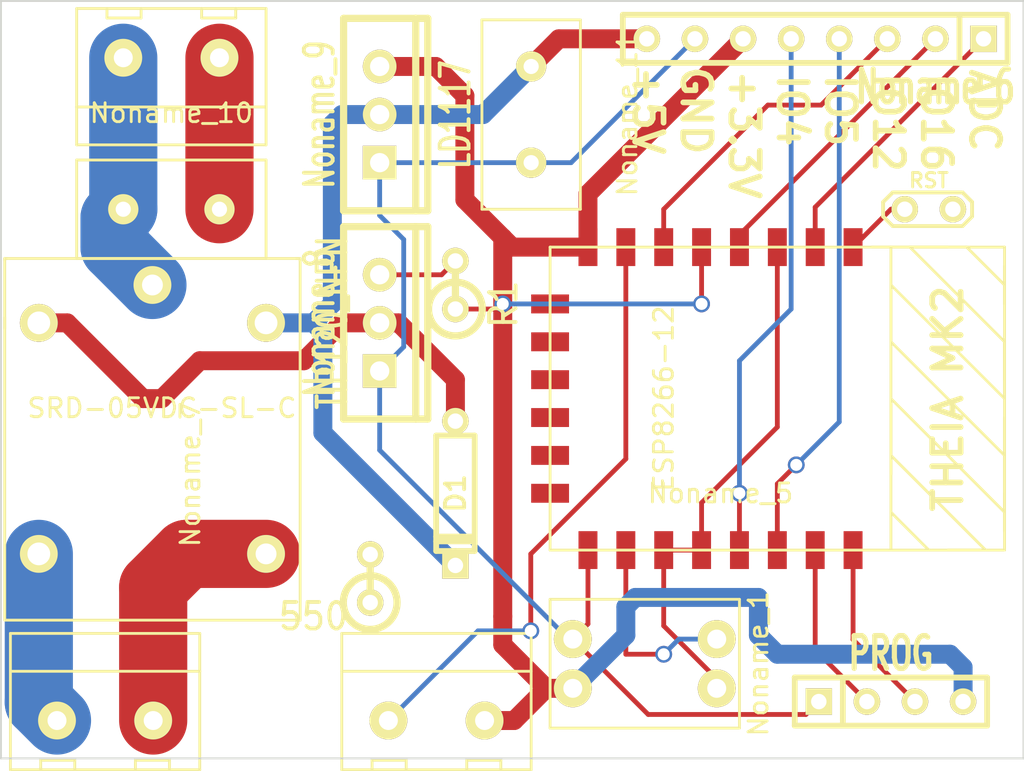
<source format=kicad_pcb>
(kicad_pcb (version 20171130) (host pcbnew "(5.1.12)-1")

  (general
    (thickness 1.6)
    (drawings 13)
    (tracks 121)
    (zones 0)
    (modules 16)
    (nets 22)
  )

  (page A3)
  (layers
    (0 F.Cu signal)
    (31 B.Cu signal)
    (33 F.Adhes user hide)
    (35 F.Paste user hide)
    (37 F.SilkS user hide)
    (39 F.Mask user hide)
    (44 Edge.Cuts user)
  )

  (setup
    (last_trace_width 0.254)
    (trace_clearance 0.254)
    (zone_clearance 0.508)
    (zone_45_only no)
    (trace_min 0.254)
    (via_size 0.889)
    (via_drill 0.635)
    (via_min_size 0.889)
    (via_min_drill 0.508)
    (uvia_size 0.508)
    (uvia_drill 0.127)
    (uvias_allowed no)
    (uvia_min_size 0.508)
    (uvia_min_drill 0.127)
    (edge_width 0.1)
    (segment_width 0.2)
    (pcb_text_width 0.3)
    (pcb_text_size 1.5 1.5)
    (mod_edge_width 0.15)
    (mod_text_size 1 1)
    (mod_text_width 0.15)
    (pad_size 2 2)
    (pad_drill 1)
    (pad_to_mask_clearance 0)
    (aux_axis_origin 0 0)
    (visible_elements 7FFFFFFF)
    (pcbplotparams
      (layerselection 0x00030_ffffffff)
      (usegerberextensions true)
      (usegerberattributes true)
      (usegerberadvancedattributes true)
      (creategerberjobfile true)
      (excludeedgelayer true)
      (linewidth 0.150000)
      (plotframeref false)
      (viasonmask false)
      (mode 1)
      (useauxorigin false)
      (hpglpennumber 1)
      (hpglpenspeed 20)
      (hpglpendiameter 15.000000)
      (psnegative false)
      (psa4output false)
      (plotreference true)
      (plotvalue true)
      (plotinvisibletext false)
      (padsonsilk false)
      (subtractmaskfromsilk false)
      (outputformat 1)
      (mirror false)
      (drillshape 1)
      (scaleselection 1)
      (outputdirectory ""))
  )

  (net 0 "")
  (net 1 +3.3V)
  (net 2 +5V)
  (net 3 GNDA)
  (net 4 LIVE)
  (net 5 N-0000010)
  (net 6 N-0000011)
  (net 7 N-0000014)
  (net 8 N-0000019)
  (net 9 N-000002)
  (net 10 N-0000020)
  (net 11 N-0000021)
  (net 12 N-0000022)
  (net 13 N-0000023)
  (net 14 N-0000024)
  (net 15 N-0000025)
  (net 16 N-0000026)
  (net 17 N-000005)
  (net 18 N-000006)
  (net 19 N-000008)
  (net 20 N-000009)
  (net 21 NEUT)

  (net_class Default "This is the default net class."
    (clearance 0.254)
    (trace_width 0.254)
    (via_dia 0.889)
    (via_drill 0.635)
    (uvia_dia 0.508)
    (uvia_drill 0.127)
    (add_net GNDA)
    (add_net N-0000010)
    (add_net N-0000014)
    (add_net N-0000019)
    (add_net N-000002)
    (add_net N-0000020)
    (add_net N-0000021)
    (add_net N-0000022)
    (add_net N-0000023)
    (add_net N-0000024)
    (add_net N-0000026)
    (add_net N-000005)
    (add_net N-000008)
    (add_net N-000009)
  )

  (net_class 1A ""
    (clearance 0.254)
    (trace_width 1)
    (via_dia 0.889)
    (via_drill 0.635)
    (uvia_dia 0.508)
    (uvia_drill 0.127)
    (add_net +3.3V)
    (add_net +5V)
    (add_net N-0000025)
  )

  (net_class HV ""
    (clearance 0.254)
    (trace_width 3.6)
    (via_dia 0.889)
    (via_drill 0.635)
    (uvia_dia 0.508)
    (uvia_drill 0.127)
    (add_net LIVE)
    (add_net N-0000011)
    (add_net N-000006)
    (add_net NEUT)
  )

  (module Wire2.54 (layer F.Cu) (tedit 57D5606A) (tstamp 57CF1421)
    (at 84 58 270)
    (path /57C85E0C)
    (fp_text reference Noname_11 (at 0 -5.08 270) (layer F.SilkS)
      (effects (font (size 1 1) (thickness 0.15)))
    )
    (fp_text value "" (at 0 5.08 270) (layer F.SilkS)
      (effects (font (size 1 1) (thickness 0.15)))
    )
    (fp_line (start 5 -2.6) (end 5 2.6) (layer F.SilkS) (width 0.15))
    (fp_line (start 5 2.6) (end -5 2.6) (layer F.SilkS) (width 0.15))
    (fp_line (start -5 2.6) (end -5 -2.6) (layer F.SilkS) (width 0.15))
    (fp_line (start -5 -2.6) (end 5 -2.6) (layer F.SilkS) (width 0.15))
    (pad 1 thru_hole circle (at -2.54 0 270) (size 1.6 1.6) (drill 0.8) (layers *.Cu *.Mask F.SilkS)
      (net 2 +5V))
    (pad 2 thru_hole circle (at 2.54 0 270) (size 1.6 1.6) (drill 0.8) (layers *.Cu *.Mask F.SilkS)
      (net 3 GNDA))
  )

  (module Wire2.54 (layer F.Cu) (tedit 57D55F92) (tstamp 57CF142B)
    (at 65 63)
    (path /57CC36ED)
    (fp_text reference Noname_10 (at 0 -5.08) (layer F.SilkS)
      (effects (font (size 1 1) (thickness 0.15)))
    )
    (fp_text value "" (at 0 5.08) (layer F.SilkS)
      (effects (font (size 1 1) (thickness 0.15)))
    )
    (fp_line (start 5 -2.6) (end 5 2.6) (layer F.SilkS) (width 0.15))
    (fp_line (start 5 2.6) (end -5 2.6) (layer F.SilkS) (width 0.15))
    (fp_line (start -5 2.6) (end -5 -2.6) (layer F.SilkS) (width 0.15))
    (fp_line (start -5 -2.6) (end 5 -2.6) (layer F.SilkS) (width 0.15))
    (pad 1 thru_hole circle (at -2.54 0) (size 1.6 1.6) (drill 0.8) (layers *.Cu *.Mask F.SilkS)
      (net 4 LIVE))
    (pad 2 thru_hole circle (at 2.54 0) (size 1.6 1.6) (drill 0.8) (layers *.Cu *.Mask F.SilkS)
      (net 21 NEUT))
  )

  (module TO220_VERT (layer F.Cu) (tedit 57D56055) (tstamp 57CF1439)
    (at 76 58)
    (descr "Regulateur TO220 serie LM78xx")
    (tags "TR TO220")
    (path /57CAF440)
    (fp_text reference Noname_9 (at -3.175 0 90) (layer F.SilkS)
      (effects (font (size 1.524 1.016) (thickness 0.2032)))
    )
    (fp_text value LD1117 (at 4 0 90) (layer F.SilkS)
      (effects (font (size 1.524 1.016) (thickness 0.2032)))
    )
    (fp_line (start 1.905 -5.08) (end 2.54 -5.08) (layer F.SilkS) (width 0.381))
    (fp_line (start 2.54 -5.08) (end 2.54 5.08) (layer F.SilkS) (width 0.381))
    (fp_line (start 2.54 5.08) (end 1.905 5.08) (layer F.SilkS) (width 0.381))
    (fp_line (start -1.905 -5.08) (end 1.905 -5.08) (layer F.SilkS) (width 0.381))
    (fp_line (start 1.905 -5.08) (end 1.905 5.08) (layer F.SilkS) (width 0.381))
    (fp_line (start 1.905 5.08) (end -1.905 5.08) (layer F.SilkS) (width 0.381))
    (fp_line (start -1.905 5.08) (end -1.905 -5.08) (layer F.SilkS) (width 0.381))
    (pad 2 thru_hole circle (at 0 -2.54) (size 1.778 1.778) (drill 1.016) (layers *.Cu *.Mask F.SilkS)
      (net 1 +3.3V))
    (pad 3 thru_hole circle (at 0 0) (size 1.778 1.778) (drill 1.016) (layers *.Cu *.Mask F.SilkS)
      (net 2 +5V))
    (pad 1 thru_hole rect (at 0 2.54) (size 1.778 1.778) (drill 1.016) (layers *.Cu *.Mask F.SilkS)
      (net 3 GNDA))
  )

  (module TO220_VERT (layer F.Cu) (tedit 57D56005) (tstamp 57CF1447)
    (at 76 69)
    (descr "Regulateur TO220 serie LM78xx")
    (tags "TR TO220")
    (path /57CB162D)
    (fp_text reference Noname_8 (at -3.175 0 90) (layer F.SilkS)
      (effects (font (size 1.524 1.016) (thickness 0.2032)))
    )
    (fp_text value TIP120_NPN (at -2.5 0 90) (layer F.SilkS)
      (effects (font (size 1.524 1.016) (thickness 0.2032)))
    )
    (fp_line (start 1.905 -5.08) (end 2.54 -5.08) (layer F.SilkS) (width 0.381))
    (fp_line (start 2.54 -5.08) (end 2.54 5.08) (layer F.SilkS) (width 0.381))
    (fp_line (start 2.54 5.08) (end 1.905 5.08) (layer F.SilkS) (width 0.381))
    (fp_line (start -1.905 -5.08) (end 1.905 -5.08) (layer F.SilkS) (width 0.381))
    (fp_line (start 1.905 -5.08) (end 1.905 5.08) (layer F.SilkS) (width 0.381))
    (fp_line (start 1.905 5.08) (end -1.905 5.08) (layer F.SilkS) (width 0.381))
    (fp_line (start -1.905 5.08) (end -1.905 -5.08) (layer F.SilkS) (width 0.381))
    (pad 2 thru_hole circle (at 0 -2.54) (size 1.778 1.778) (drill 1.016) (layers *.Cu *.Mask F.SilkS)
      (net 10 N-0000020))
    (pad 3 thru_hole circle (at 0 0) (size 1.778 1.778) (drill 1.016) (layers *.Cu *.Mask F.SilkS)
      (net 15 N-0000025))
    (pad 1 thru_hole rect (at 0 2.54) (size 1.778 1.778) (drill 1.016) (layers *.Cu *.Mask F.SilkS)
      (net 3 GNDA))
  )

  (module SRD-05VDC-SL-C (layer F.Cu) (tedit 57ED31DC) (tstamp 57CF1469)
    (at 64 67 270)
    (path /57AF6D51)
    (fp_text reference Noname_7 (at 10 -2 270) (layer F.SilkS)
      (effects (font (size 1 1) (thickness 0.15)))
    )
    (fp_text value SRD-05VDC-SL-C (at 6.5 -0.5) (layer F.SilkS)
      (effects (font (size 1 1) (thickness 0.15)))
    )
    (fp_line (start -1.4 -7.8) (end -1.4 7.8) (layer F.SilkS) (width 0.15))
    (fp_line (start 17.7 7.8) (end 17.7 -7.8) (layer F.SilkS) (width 0.15))
    (fp_line (start 17.7 -7.8) (end 17.5 -7.8) (layer F.SilkS) (width 0.15))
    (fp_line (start -1.4 7.8) (end 17.7 7.8) (layer F.SilkS) (width 0.15))
    (fp_line (start -1.4 -7.8) (end 17.7 -7.8) (layer F.SilkS) (width 0.15))
    (fp_line (start -1.4 7.8) (end -1.3 7.8) (layer F.SilkS) (width 0.15))
    (fp_line (start -1.3 -7.8) (end -1.4 -7.8) (layer F.SilkS) (width 0.15))
    (fp_line (start -1.4 -7.8) (end -1.4 -7.6) (layer F.SilkS) (width 0.15))
    (fp_line (start -1.4 7.7) (end -1.4 7.8) (layer F.SilkS) (width 0.15))
    (fp_line (start 2.3 7.8) (end 1.7 7.8) (layer F.SilkS) (width 0.15))
    (fp_line (start 1.6 -7.8) (end 2.4 -7.8) (layer F.SilkS) (width 0.15))
    (pad 1 thru_hole circle (at 0 0 270) (size 2 2) (drill oval 1.1) (layers *.Cu *.Mask F.SilkS)
      (net 4 LIVE))
    (pad 3 thru_hole circle (at 2 -6 270) (size 2 2) (drill 1.2) (layers *.Cu *.Mask F.SilkS)
      (net 2 +5V))
    (pad 2 thru_hole circle (at 2 6 270) (size 2 2) (drill 1.2) (layers *.Cu *.Mask F.SilkS)
      (net 15 N-0000025))
    (pad 5 thru_hole circle (at 14.2 -6 270) (size 2 2) (drill 1.1) (layers *.Cu *.Mask F.SilkS)
      (net 18 N-000006))
    (pad 4 thru_hole circle (at 14.2 6 270) (size 2 2) (drill 1.2) (layers *.Cu *.Mask F.SilkS)
      (net 6 N-0000011))
  )

  (module SIL-8 (layer F.Cu) (tedit 57D5609C) (tstamp 57CF147A)
    (at 99 54 180)
    (descr "Connecteur 8 pins")
    (tags "CONN DEV")
    (path /57CC6D3A)
    (fp_text reference Noname_6 (at -6.35 -2.54 180) (layer F.SilkS)
      (effects (font (size 1.72974 1.08712) (thickness 0.27178)))
    )
    (fp_text value "" (at 12 0 180) (layer F.SilkS)
      (effects (font (size 1.524 1.016) (thickness 0.254)))
    )
    (fp_line (start -10.16 -1.27) (end 10.16 -1.27) (layer F.SilkS) (width 0.3048))
    (fp_line (start 10.16 -1.27) (end 10.16 1.27) (layer F.SilkS) (width 0.3048))
    (fp_line (start 10.16 1.27) (end -10.16 1.27) (layer F.SilkS) (width 0.3048))
    (fp_line (start -10.16 1.27) (end -10.16 -1.27) (layer F.SilkS) (width 0.3048))
    (fp_line (start -7.62 1.27) (end -7.62 -1.27) (layer F.SilkS) (width 0.3048))
    (pad 1 thru_hole rect (at -8.89 0 180) (size 1.397 1.397) (drill 0.8128) (layers *.Cu *.Mask F.SilkS)
      (net 17 N-000005))
    (pad 2 thru_hole circle (at -6.35 0 180) (size 1.397 1.397) (drill 0.8128) (layers *.Cu *.Mask F.SilkS)
      (net 19 N-000008))
    (pad 3 thru_hole circle (at -3.81 0 180) (size 1.397 1.397) (drill 0.8128) (layers *.Cu *.Mask F.SilkS)
      (net 20 N-000009))
    (pad 4 thru_hole circle (at -1.27 0 180) (size 1.397 1.397) (drill 0.8128) (layers *.Cu *.Mask F.SilkS)
      (net 5 N-0000010))
    (pad 5 thru_hole circle (at 1.27 0 180) (size 1.397 1.397) (drill 0.8128) (layers *.Cu *.Mask F.SilkS)
      (net 9 N-000002))
    (pad 6 thru_hole circle (at 3.81 0 180) (size 1.397 1.397) (drill 0.8128) (layers *.Cu *.Mask F.SilkS)
      (net 1 +3.3V))
    (pad 7 thru_hole circle (at 6.35 0 180) (size 1.397 1.397) (drill 0.8128) (layers *.Cu *.Mask F.SilkS)
      (net 3 GNDA))
    (pad 8 thru_hole circle (at 8.89 0 180) (size 1.397 1.397) (drill 0.8128) (layers *.Cu *.Mask F.SilkS)
      (net 2 +5V))
  )

  (module SIL-4 (layer F.Cu) (tedit 57D5623F) (tstamp 57D58E48)
    (at 103 89)
    (descr "Connecteur 4 pibs")
    (tags "CONN DEV")
    (path /57ADFA85)
    (fp_text reference PROG (at 0 -2.54) (layer F.SilkS)
      (effects (font (size 1.73482 1.08712) (thickness 0.27178)))
    )
    (fp_text value "" (at 0 -2.54) (layer F.SilkS) hide
      (effects (font (size 1.524 1.016) (thickness 0.254)))
    )
    (fp_line (start -5.08 -1.27) (end -5.08 -1.27) (layer F.SilkS) (width 0.3048))
    (fp_line (start -5.08 1.27) (end -5.08 -1.27) (layer F.SilkS) (width 0.3048))
    (fp_line (start -5.08 -1.27) (end -5.08 -1.27) (layer F.SilkS) (width 0.3048))
    (fp_line (start -5.08 -1.27) (end 5.08 -1.27) (layer F.SilkS) (width 0.3048))
    (fp_line (start 5.08 -1.27) (end 5.08 1.27) (layer F.SilkS) (width 0.3048))
    (fp_line (start 5.08 1.27) (end -5.08 1.27) (layer F.SilkS) (width 0.3048))
    (fp_line (start -2.54 1.27) (end -2.54 -1.27) (layer F.SilkS) (width 0.3048))
    (pad 1 thru_hole rect (at -3.81 0) (size 1.397 1.397) (drill 0.8128) (layers *.Cu *.Mask F.SilkS)
      (net 3 GNDA))
    (pad 2 thru_hole circle (at -1.27 0) (size 1.397 1.397) (drill 0.8128) (layers *.Cu *.Mask F.SilkS)
      (net 13 N-0000023))
    (pad 3 thru_hole circle (at 1.27 0) (size 1.397 1.397) (drill 0.8128) (layers *.Cu *.Mask F.SilkS)
      (net 14 N-0000024))
    (pad 4 thru_hole circle (at 3.81 0) (size 1.397 1.397) (drill 0.8128) (layers *.Cu *.Mask F.SilkS)
      (net 1 +3.3V))
  )

  (module R1 (layer F.Cu) (tedit 200000) (tstamp 57CF1491)
    (at 80 67 90)
    (descr "Resistance verticale")
    (tags R)
    (path /57AF2F22)
    (autoplace_cost90 10)
    (autoplace_cost180 10)
    (fp_text reference R1 (at -1.016 2.54 90) (layer F.SilkS)
      (effects (font (size 1.397 1.27) (thickness 0.2032)))
    )
    (fp_text value 1kOhm (at -1.143 2.54 90) (layer F.SilkS) hide
      (effects (font (size 1.397 1.27) (thickness 0.2032)))
    )
    (fp_line (start -1.27 0) (end 1.27 0) (layer F.SilkS) (width 0.381))
    (fp_circle (center -1.27 0) (end -0.635 1.27) (layer F.SilkS) (width 0.381))
    (pad 1 thru_hole circle (at -1.27 0 90) (size 1.397 1.397) (drill 0.8128) (layers *.Cu *.Mask F.SilkS)
      (net 8 N-0000019))
    (pad 2 thru_hole circle (at 1.27 0 90) (size 1.397 1.397) (drill 0.8128) (layers *.Cu *.Mask F.SilkS)
      (net 10 N-0000020))
    (model discret/verti_resistor.wrl
      (at (xyz 0 0 0))
      (scale (xyz 1 1 1))
      (rotate (xyz 0 0 0))
    )
  )

  (module ESP8266-12 (layer F.Cu) (tedit 57D562EE) (tstamp 57CF14C3)
    (at 109 81 180)
    (path /57ADE642)
    (fp_text reference Noname_5 (at 15 3 180) (layer F.SilkS)
      (effects (font (size 1 1) (thickness 0.15)))
    )
    (fp_text value ESP8266-12 (at 18 8 270) (layer F.SilkS)
      (effects (font (size 1 1) (thickness 0.15)))
    )
    (fp_line (start 4 0) (end 6 2) (layer F.SilkS) (width 0.15))
    (fp_line (start 6 5) (end 1 0) (layer F.SilkS) (width 0.15))
    (fp_line (start 0 14) (end 2 16) (layer F.SilkS) (width 0.15))
    (fp_line (start 2 16) (end 5 16) (layer F.SilkS) (width 0.15))
    (fp_line (start 5 16) (end 0 11) (layer F.SilkS) (width 0.15))
    (fp_line (start 0 11) (end 0 8) (layer F.SilkS) (width 0.15))
    (fp_line (start 0 8) (end 6 14) (layer F.SilkS) (width 0.15))
    (fp_line (start 6 14) (end 6 11) (layer F.SilkS) (width 0.15))
    (fp_line (start 6 11) (end 0 5) (layer F.SilkS) (width 0.15))
    (fp_line (start 0 5) (end 0 2) (layer F.SilkS) (width 0.15))
    (fp_line (start 0 2) (end 6 8) (layer F.SilkS) (width 0.15))
    (fp_line (start 6 8) (end 6 4) (layer F.SilkS) (width 0.15))
    (fp_line (start 6 0) (end 6 16) (layer F.SilkS) (width 0.15))
    (fp_line (start 3 0) (end 1 0) (layer F.SilkS) (width 0.15))
    (fp_line (start 0 1) (end 0 3) (layer F.SilkS) (width 0.15))
    (fp_line (start 0 5) (end 0 7) (layer F.SilkS) (width 0.15))
    (fp_line (start 0 9) (end 0 11) (layer F.SilkS) (width 0.15))
    (fp_line (start 5 16) (end 3 16) (layer F.SilkS) (width 0.15))
    (fp_line (start 0 13) (end 0 15) (layer F.SilkS) (width 0.15))
    (fp_line (start 5 16) (end 7 16) (layer F.SilkS) (width 0.15))
    (fp_line (start 0 0) (end 0 16) (layer F.SilkS) (width 0.15))
    (fp_line (start 0 16) (end 24 16) (layer F.SilkS) (width 0.15))
    (fp_line (start 24 16) (end 24 0) (layer F.SilkS) (width 0.15))
    (fp_line (start 24 0) (end 0 0) (layer F.SilkS) (width 0.15))
    (pad 15 smd rect (at 22 0 180) (size 1 2) (layers F.Cu F.Paste F.Mask)
      (net 3 GNDA))
    (pad 16 smd rect (at 20 0 180) (size 1 2) (layers F.Cu F.Paste F.Mask)
      (net 7 N-0000014))
    (pad 17 smd rect (at 18 0 180) (size 1 2) (layers F.Cu F.Paste F.Mask)
      (net 16 N-0000026))
    (pad 18 smd rect (at 16 0 180) (size 1 2) (layers F.Cu F.Paste F.Mask)
      (net 16 N-0000026))
    (pad 19 smd rect (at 14 0 180) (size 1 2) (layers F.Cu F.Paste F.Mask)
      (net 9 N-000002))
    (pad 20 smd rect (at 12 0 180) (size 1 2) (layers F.Cu F.Paste F.Mask)
      (net 5 N-0000010))
    (pad 21 smd rect (at 10 0 180) (size 1 2) (layers F.Cu F.Paste F.Mask)
      (net 13 N-0000023))
    (pad 22 smd rect (at 8 0 180) (size 1 2) (layers F.Cu F.Paste F.Mask)
      (net 14 N-0000024))
    (pad 8 smd rect (at 22 16 180) (size 1 2) (layers F.Cu F.Paste F.Mask)
      (net 1 +3.3V))
    (pad 7 smd rect (at 20 16 180) (size 1 2) (layers F.Cu F.Paste F.Mask)
      (net 12 N-0000022))
    (pad 6 smd rect (at 18 16 180) (size 1 2) (layers F.Cu F.Paste F.Mask)
      (net 20 N-000009))
    (pad 5 smd rect (at 16 16 180) (size 1 2) (layers F.Cu F.Paste F.Mask)
      (net 8 N-0000019))
    (pad 4 smd rect (at 14 16 180) (size 1 2) (layers F.Cu F.Paste F.Mask)
      (net 19 N-000008))
    (pad 3 smd rect (at 12 16 180) (size 1 2) (layers F.Cu F.Paste F.Mask)
      (net 16 N-0000026))
    (pad 2 smd rect (at 10 16 180) (size 1 2) (layers F.Cu F.Paste F.Mask)
      (net 17 N-000005))
    (pad 1 smd rect (at 8 16 180) (size 1 2) (layers F.Cu F.Paste F.Mask)
      (net 11 N-0000021))
    (pad 9 smd rect (at 24 13 270) (size 1 2) (layers F.Cu F.Paste F.Mask))
    (pad 10 smd rect (at 24 11 270) (size 1 2) (layers F.Cu F.Paste F.Mask))
    (pad 11 smd rect (at 24 9 270) (size 1 2) (layers F.Cu F.Paste F.Mask))
    (pad 12 smd rect (at 24 7 270) (size 1 2) (layers F.Cu F.Paste F.Mask))
    (pad 13 smd rect (at 24 5 270) (size 1 2) (layers F.Cu F.Paste F.Mask))
    (pad 14 smd rect (at 24 3 270) (size 1 2) (layers F.Cu F.Paste F.Mask))
  )

  (module D3 (layer F.Cu) (tedit 200000) (tstamp 57CF14D3)
    (at 80 78 270)
    (descr "Diode 3 pas")
    (tags "DIODE DEV")
    (path /57AF6EEC)
    (fp_text reference D1 (at 0 0 270) (layer F.SilkS)
      (effects (font (size 1.016 1.016) (thickness 0.2032)))
    )
    (fp_text value 1N4001 (at 0 0 270) (layer F.SilkS) hide
      (effects (font (size 1.016 1.016) (thickness 0.2032)))
    )
    (fp_line (start 3.81 0) (end 3.048 0) (layer F.SilkS) (width 0.3048))
    (fp_line (start 3.048 0) (end 3.048 -1.016) (layer F.SilkS) (width 0.3048))
    (fp_line (start 3.048 -1.016) (end -3.048 -1.016) (layer F.SilkS) (width 0.3048))
    (fp_line (start -3.048 -1.016) (end -3.048 0) (layer F.SilkS) (width 0.3048))
    (fp_line (start -3.048 0) (end -3.81 0) (layer F.SilkS) (width 0.3048))
    (fp_line (start -3.048 0) (end -3.048 1.016) (layer F.SilkS) (width 0.3048))
    (fp_line (start -3.048 1.016) (end 3.048 1.016) (layer F.SilkS) (width 0.3048))
    (fp_line (start 3.048 1.016) (end 3.048 0) (layer F.SilkS) (width 0.3048))
    (fp_line (start 2.54 -1.016) (end 2.54 1.016) (layer F.SilkS) (width 0.3048))
    (fp_line (start 2.286 1.016) (end 2.286 -1.016) (layer F.SilkS) (width 0.3048))
    (pad 2 thru_hole rect (at 3.81 0 270) (size 1.397 1.397) (drill 0.8128) (layers *.Cu *.Mask F.SilkS)
      (net 2 +5V))
    (pad 1 thru_hole circle (at -3.81 0 270) (size 1.397 1.397) (drill 0.8128) (layers *.Cu *.Mask F.SilkS)
      (net 15 N-0000025))
    (model discret/diode.wrl
      (at (xyz 0 0 0))
      (scale (xyz 0.3 0.3 0.3))
      (rotate (xyz 0 0 0))
    )
  )

  (module Conn2.54 (layer F.Cu) (tedit 57ED3404) (tstamp 57CF14E7)
    (at 79 90 180)
    (path /5790EA90)
    (fp_text reference Noname_4 (at 0 -5.08 180) (layer F.SilkS)
      (effects (font (size 1 1) (thickness 0.15)))
    )
    (fp_text value "" (at 0 5.08 180) (layer F.SilkS)
      (effects (font (size 1 1) (thickness 0.15)))
    )
    (fp_line (start -5 2.6) (end -5 4.6) (layer F.SilkS) (width 0.15))
    (fp_line (start -5 4.6) (end 5 4.6) (layer F.SilkS) (width 0.15))
    (fp_line (start 5 4.6) (end 5 2.6) (layer F.SilkS) (width 0.15))
    (fp_line (start -1.6 -2.6) (end -1.6 -2.1) (layer F.SilkS) (width 0.15))
    (fp_line (start -1.6 -2.1) (end -3.4 -2.1) (layer F.SilkS) (width 0.15))
    (fp_line (start -3.4 -2.1) (end -3.4 -2.6) (layer F.SilkS) (width 0.15))
    (fp_line (start 1.6 -2.6) (end 1.6 -2.1) (layer F.SilkS) (width 0.15))
    (fp_line (start 1.6 -2.1) (end 3.4 -2.1) (layer F.SilkS) (width 0.15))
    (fp_line (start 3.4 -2.1) (end 3.4 -2.6) (layer F.SilkS) (width 0.15))
    (fp_line (start 3.4 -2.6) (end 3.4 -2.5) (layer F.SilkS) (width 0.15))
    (fp_line (start 5 -2.6) (end 5 2.6) (layer F.SilkS) (width 0.15))
    (fp_line (start 5 2.6) (end -5 2.6) (layer F.SilkS) (width 0.15))
    (fp_line (start -5 2.6) (end -5 -2.6) (layer F.SilkS) (width 0.15))
    (fp_line (start -5 -2.6) (end 5 -2.6) (layer F.SilkS) (width 0.15))
    (pad 1 thru_hole circle (at -2.54 0 180) (size 2 2) (drill 1) (layers *.Cu *.Mask F.SilkS)
      (net 1 +3.3V))
    (pad 2 thru_hole circle (at 2.54 0 180) (size 2 2) (drill 1) (layers *.Cu *.Mask F.SilkS)
      (net 12 N-0000022))
  )

  (module Conn2.54 (layer F.Cu) (tedit 57ED33E6) (tstamp 57CF14FB)
    (at 61.5 90 180)
    (path /57AF7988)
    (fp_text reference Noname_3 (at 0 -5.08 180) (layer F.SilkS)
      (effects (font (size 1 1) (thickness 0.15)))
    )
    (fp_text value "" (at 0 5.08 180) (layer F.SilkS)
      (effects (font (size 1 1) (thickness 0.15)))
    )
    (fp_line (start -5 2.6) (end -5 4.6) (layer F.SilkS) (width 0.15))
    (fp_line (start -5 4.6) (end 5 4.6) (layer F.SilkS) (width 0.15))
    (fp_line (start 5 4.6) (end 5 2.6) (layer F.SilkS) (width 0.15))
    (fp_line (start -1.6 -2.6) (end -1.6 -2.1) (layer F.SilkS) (width 0.15))
    (fp_line (start -1.6 -2.1) (end -3.4 -2.1) (layer F.SilkS) (width 0.15))
    (fp_line (start -3.4 -2.1) (end -3.4 -2.6) (layer F.SilkS) (width 0.15))
    (fp_line (start 1.6 -2.6) (end 1.6 -2.1) (layer F.SilkS) (width 0.15))
    (fp_line (start 1.6 -2.1) (end 3.4 -2.1) (layer F.SilkS) (width 0.15))
    (fp_line (start 3.4 -2.1) (end 3.4 -2.6) (layer F.SilkS) (width 0.15))
    (fp_line (start 3.4 -2.6) (end 3.4 -2.5) (layer F.SilkS) (width 0.15))
    (fp_line (start 5 -2.6) (end 5 2.6) (layer F.SilkS) (width 0.15))
    (fp_line (start 5 2.6) (end -5 2.6) (layer F.SilkS) (width 0.15))
    (fp_line (start -5 2.6) (end -5 -2.6) (layer F.SilkS) (width 0.15))
    (fp_line (start -5 -2.6) (end 5 -2.6) (layer F.SilkS) (width 0.15))
    (pad 1 thru_hole circle (at -2.54 0 180) (size 2 2) (drill 1) (layers *.Cu *.Mask F.SilkS)
      (net 18 N-000006))
    (pad 2 thru_hole circle (at 2.54 0 180) (size 2 2) (drill 1) (layers *.Cu *.Mask F.SilkS)
      (net 6 N-0000011))
  )

  (module Conn2.54 (layer F.Cu) (tedit 57ED33F6) (tstamp 57CF150F)
    (at 65 55)
    (path /57CC36C3)
    (fp_text reference Noname_2 (at 0 -5.08) (layer F.SilkS)
      (effects (font (size 1 1) (thickness 0.15)))
    )
    (fp_text value "" (at 0 5.08) (layer F.SilkS)
      (effects (font (size 1 1) (thickness 0.15)))
    )
    (fp_line (start -5 2.6) (end -5 4.6) (layer F.SilkS) (width 0.15))
    (fp_line (start -5 4.6) (end 5 4.6) (layer F.SilkS) (width 0.15))
    (fp_line (start 5 4.6) (end 5 2.6) (layer F.SilkS) (width 0.15))
    (fp_line (start -1.6 -2.6) (end -1.6 -2.1) (layer F.SilkS) (width 0.15))
    (fp_line (start -1.6 -2.1) (end -3.4 -2.1) (layer F.SilkS) (width 0.15))
    (fp_line (start -3.4 -2.1) (end -3.4 -2.6) (layer F.SilkS) (width 0.15))
    (fp_line (start 1.6 -2.6) (end 1.6 -2.1) (layer F.SilkS) (width 0.15))
    (fp_line (start 1.6 -2.1) (end 3.4 -2.1) (layer F.SilkS) (width 0.15))
    (fp_line (start 3.4 -2.1) (end 3.4 -2.6) (layer F.SilkS) (width 0.15))
    (fp_line (start 3.4 -2.6) (end 3.4 -2.5) (layer F.SilkS) (width 0.15))
    (fp_line (start 5 -2.6) (end 5 2.6) (layer F.SilkS) (width 0.15))
    (fp_line (start 5 2.6) (end -5 2.6) (layer F.SilkS) (width 0.15))
    (fp_line (start -5 2.6) (end -5 -2.6) (layer F.SilkS) (width 0.15))
    (fp_line (start -5 -2.6) (end 5 -2.6) (layer F.SilkS) (width 0.15))
    (pad 1 thru_hole circle (at -2.54 0) (size 2 2) (drill 1) (layers *.Cu *.Mask F.SilkS)
      (net 4 LIVE))
    (pad 2 thru_hole circle (at 2.54 0) (size 2 2) (drill 1) (layers *.Cu *.Mask F.SilkS)
      (net 21 NEUT))
  )

  (module 2bit_dipsw (layer F.Cu) (tedit 57D55FCE) (tstamp 57CF151B)
    (at 90 87 270)
    (path /57CDC9F2)
    (fp_text reference Noname_1 (at 0 -6 270) (layer F.SilkS)
      (effects (font (size 1 1) (thickness 0.15)))
    )
    (fp_text value "" (at 0 6 270) (layer F.SilkS)
      (effects (font (size 1 1) (thickness 0.15)))
    )
    (fp_line (start -3.4 5) (end 3.4 5) (layer F.SilkS) (width 0.15))
    (fp_line (start -3.4 -5) (end 3.4 -5) (layer F.SilkS) (width 0.15))
    (fp_line (start 3.4 -5) (end 3.4 5) (layer F.SilkS) (width 0.15))
    (fp_line (start -3.4 -5) (end -3.4 5) (layer F.SilkS) (width 0.15))
    (pad 1 thru_hole circle (at -1.3 3.8 270) (size 2 2) (drill 1) (layers *.Cu *.Mask F.SilkS)
      (net 3 GNDA))
    (pad 2 thru_hole circle (at -1.3 -3.8 270) (size 2 2) (drill 1) (layers *.Cu *.Mask F.SilkS)
      (net 7 N-0000014))
    (pad 3 thru_hole circle (at 1.3 3.8 270) (size 2 2) (drill 1) (layers *.Cu *.Mask F.SilkS)
      (net 1 +3.3V))
    (pad 4 thru_hole circle (at 1.3 -3.8 270) (size 2 2) (drill 1) (layers *.Cu *.Mask F.SilkS)
      (net 16 N-0000026))
  )

  (module TESTPOINT (layer F.Cu) (tedit 57D560B4) (tstamp 57D10F49)
    (at 105 63)
    (descr "Connecteurs 2 pins")
    (tags "CONN DEV")
    (fp_text reference RST (at 0 -1.524) (layer F.SilkS)
      (effects (font (size 0.762 0.762) (thickness 0.1524)))
    )
    (fp_text value "" (at 0.127 1.524) (layer F.SilkS)
      (effects (font (size 0.762 0.762) (thickness 0.1524)))
    )
    (fp_line (start -1.905 -0.889) (end 1.778 -0.889) (layer F.SilkS) (width 0.2032))
    (fp_line (start 1.778 -0.889) (end 2.286 -0.381) (layer F.SilkS) (width 0.2032))
    (fp_line (start 2.286 -0.381) (end 2.286 0.381) (layer F.SilkS) (width 0.2032))
    (fp_line (start 2.286 0.381) (end 1.778 0.889) (layer F.SilkS) (width 0.2032))
    (fp_line (start 1.778 0.889) (end -1.905 0.889) (layer F.SilkS) (width 0.2032))
    (fp_line (start -1.905 0.889) (end -2.413 0.381) (layer F.SilkS) (width 0.2032))
    (fp_line (start -2.413 0.381) (end -2.413 -0.381) (layer F.SilkS) (width 0.2032))
    (fp_line (start -2.413 -0.381) (end -1.905 -0.889) (layer F.SilkS) (width 0.2032))
    (pad 1 thru_hole circle (at -1.27 0) (size 1.397 1.397) (drill 0.8128) (layers *.Cu *.Mask F.SilkS))
    (pad 1 thru_hole circle (at 1.27 0) (size 1.397 1.397) (drill 0.8128) (layers *.Cu *.Mask F.SilkS))
    (model connectors/testpoint.wrl
      (at (xyz 0 0 0))
      (scale (xyz 1 1 1))
      (rotate (xyz 0 0 0))
    )
  )

  (module R1 (layer F.Cu) (tedit 57DBEC8A) (tstamp 57DBF1AE)
    (at 75.5 82.5 90)
    (descr "Resistance verticale")
    (tags R)
    (autoplace_cost90 10)
    (autoplace_cost180 10)
    (fp_text reference 550 (at -2 -3 180) (layer F.SilkS)
      (effects (font (size 1.397 1.27) (thickness 0.2032)))
    )
    (fp_text value "" (at -1.143 2.54 90) (layer F.SilkS) hide
      (effects (font (size 1.397 1.27) (thickness 0.2032)))
    )
    (fp_line (start -1.27 0) (end 1.27 0) (layer F.SilkS) (width 0.381))
    (fp_circle (center -1.27 0) (end -0.635 1.27) (layer F.SilkS) (width 0.381))
    (pad 1 thru_hole circle (at -1.27 0 90) (size 1.397 1.397) (drill 0.8128) (layers *.Cu *.Mask F.SilkS))
    (pad 2 thru_hole circle (at 1.27 0 90) (size 1.397 1.397) (drill 0.8128) (layers *.Cu *.Mask F.SilkS))
    (model discret/verti_resistor.wrl
      (at (xyz 0 0 0))
      (scale (xyz 1 1 1))
      (rotate (xyz 0 0 0))
    )
  )

  (gr_text "THEIA MK2" (at 106 73 90) (layer F.SilkS)
    (effects (font (size 1.5 1.5) (thickness 0.3)))
  )
  (gr_text +5V (at 90.17 57.785 270) (layer F.SilkS)
    (effects (font (size 1.5 1.5) (thickness 0.3)))
  )
  (gr_text GND (at 92.71 57.785 270) (layer F.SilkS)
    (effects (font (size 1.5 1.5) (thickness 0.3)))
  )
  (gr_text +3.3V (at 95.25 59.055 270) (layer F.SilkS)
    (effects (font (size 1.5 1.5) (thickness 0.3)))
  )
  (gr_text IO4 (at 97.79 57.785 270) (layer F.SilkS)
    (effects (font (size 1.5 1.5) (thickness 0.3)))
  )
  (gr_text IO5 (at 100.33 57.785 270) (layer F.SilkS)
    (effects (font (size 1.5 1.5) (thickness 0.3)))
  )
  (gr_text IO12 (at 102.87 58.42 270) (layer F.SilkS)
    (effects (font (size 1.5 1.5) (thickness 0.3)))
  )
  (gr_text IO16 (at 105.41 58.42 270) (layer F.SilkS)
    (effects (font (size 1.5 1.5) (thickness 0.3)))
  )
  (gr_text ADC (at 107.95 57.785 270) (layer F.SilkS)
    (effects (font (size 1.5 1.5) (thickness 0.3)))
  )
  (gr_line (start 56 92) (end 110 92) (angle 90) (layer Edge.Cuts) (width 0.1))
  (gr_line (start 56 52) (end 56 92) (angle 90) (layer Edge.Cuts) (width 0.1))
  (gr_line (start 110 52) (end 56 52) (angle 90) (layer Edge.Cuts) (width 0.1))
  (gr_line (start 110 92) (end 110 52) (angle 90) (layer Edge.Cuts) (width 0.1))

  (via (at 83.98002 85.26526) (size 0.889) (drill 0.635) (layers F.Cu B.Cu) (net 12))
  (segment (start 86.2 88.3) (end 84.8 88.3) (width 1) (layer F.Cu) (net 1))
  (segment (start 82.5 86) (end 82.5 84.5) (width 1) (layer F.Cu) (net 1) (tstamp 57DBF1FC))
  (segment (start 82.5 84.5) (end 82.5 64.5) (width 1) (layer F.Cu) (net 1) (tstamp 57DBF201))
  (segment (start 84.8 88.3) (end 82.5 86) (width 1) (layer F.Cu) (net 1) (tstamp 57DBF1FB))
  (segment (start 97 86.5) (end 106.12 86.5) (width 1) (layer B.Cu) (net 1))
  (segment (start 76 55.46) (end 78.96 55.46) (width 1) (layer F.Cu) (net 1))
  (segment (start 80.5 62.5) (end 82.5 64.5) (width 1) (layer F.Cu) (net 1) (tstamp 57D54CA4))
  (segment (start 80.5 57) (end 80.5 62.5) (width 1) (layer F.Cu) (net 1) (tstamp 57D54CA1))
  (segment (start 78.96 55.46) (end 80.5 57) (width 1) (layer F.Cu) (net 1) (tstamp 57D54C98))
  (segment (start 82.5 64.5) (end 83 65) (width 1) (layer F.Cu) (net 1) (tstamp 57DBF1FF))
  (segment (start 83 65) (end 87 65) (width 1) (layer F.Cu) (net 1) (tstamp 57D54CA6))
  (segment (start 106.81 89) (end 106.81 87.19) (width 1) (layer B.Cu) (net 1))
  (segment (start 89 85.5) (end 86.2 88.3) (width 1) (layer B.Cu) (net 1) (tstamp 57D54B65))
  (segment (start 89 84) (end 89 85.5) (width 1) (layer B.Cu) (net 1) (tstamp 57D54B62))
  (segment (start 89.5 83.5) (end 89 84) (width 1) (layer B.Cu) (net 1) (tstamp 57D54B55))
  (segment (start 96 83.5) (end 89.5 83.5) (width 1) (layer B.Cu) (net 1) (tstamp 57D54B53))
  (segment (start 96 85.5) (end 96 83.5) (width 1) (layer B.Cu) (net 1) (tstamp 57D54B47))
  (segment (start 97 86.5) (end 96 85.5) (width 1) (layer B.Cu) (net 1) (tstamp 57D54B44))
  (segment (start 106.81 87.19) (end 106.12 86.5) (width 1) (layer B.Cu) (net 1) (tstamp 57D54B38))
  (segment (start 87 65) (end 87 62.19) (width 1) (layer F.Cu) (net 1))
  (segment (start 87 62.19) (end 95.19 54) (width 1) (layer F.Cu) (net 1) (tstamp 57D5410B))
  (segment (start 81 90) (end 81.54 90) (width 0.254) (layer F.Cu) (net 1) (tstamp 57DBF1EA))
  (segment (start 83.1 90) (end 84.8 88.3) (width 1) (layer F.Cu) (net 1))
  (segment (start 81.54 90) (end 83.1 90) (width 1) (layer F.Cu) (net 1))
  (segment (start 76 58) (end 81.46 58) (width 1) (layer B.Cu) (net 2))
  (segment (start 81.46 58) (end 84 55.46) (width 1) (layer B.Cu) (net 2) (tstamp 57D54C8E))
  (segment (start 76 58) (end 74 58) (width 1) (layer B.Cu) (net 2))
  (segment (start 73.5 68) (end 72.5 69) (width 1) (layer B.Cu) (net 2) (tstamp 57D54C84))
  (segment (start 73.5 58.5) (end 73.5 68) (width 1) (layer B.Cu) (net 2) (tstamp 57D54C7E))
  (segment (start 74 58) (end 73.5 58.5) (width 1) (layer B.Cu) (net 2) (tstamp 57D54C7A))
  (segment (start 90.11 54) (end 85.46 54) (width 1) (layer F.Cu) (net 2))
  (segment (start 85.46 54) (end 84 55.46) (width 1) (layer F.Cu) (net 2) (tstamp 57D53190))
  (segment (start 70 69) (end 72.5 69) (width 1) (layer B.Cu) (net 2))
  (segment (start 73 74.81) (end 80 81.81) (width 1) (layer B.Cu) (net 2) (tstamp 57D53079))
  (segment (start 73 69.5) (end 73 74.81) (width 1) (layer B.Cu) (net 2) (tstamp 57D53077))
  (segment (start 72.5 69) (end 73 69.5) (width 1) (layer B.Cu) (net 2) (tstamp 57D5306C))
  (segment (start 76 60.54) (end 84 60.54) (width 0.254) (layer B.Cu) (net 3))
  (segment (start 86.11 60.54) (end 92.65 54) (width 0.254) (layer B.Cu) (net 3))
  (segment (start 84 60.54) (end 86.11 60.54) (width 0.254) (layer B.Cu) (net 3))
  (segment (start 77.270001 70.269999) (end 76 71.54) (width 0.254) (layer B.Cu) (net 3))
  (segment (start 77.270001 64.597663) (end 77.270001 70.269999) (width 0.254) (layer B.Cu) (net 3))
  (segment (start 76 63.327662) (end 77.270001 64.597663) (width 0.254) (layer B.Cu) (net 3))
  (segment (start 76 60.54) (end 76 63.327662) (width 0.254) (layer B.Cu) (net 3))
  (segment (start 85.978258 85.7) (end 86.2 85.7) (width 0.254) (layer B.Cu) (net 3))
  (segment (start 76 75.721742) (end 85.978258 85.7) (width 0.254) (layer B.Cu) (net 3))
  (segment (start 76 71.54) (end 76 75.721742) (width 0.254) (layer B.Cu) (net 3))
  (segment (start 87 84.9) (end 86.2 85.7) (width 0.254) (layer F.Cu) (net 3))
  (segment (start 87 81) (end 87 84.9) (width 0.254) (layer F.Cu) (net 3))
  (segment (start 90.181001 89.681001) (end 86.2 85.7) (width 0.254) (layer F.Cu) (net 3))
  (segment (start 98.508999 89.681001) (end 90.181001 89.681001) (width 0.254) (layer F.Cu) (net 3))
  (segment (start 99.19 89) (end 98.508999 89.681001) (width 0.254) (layer F.Cu) (net 3))
  (segment (start 62.46 55) (end 62.46 63) (width 3.6) (layer B.Cu) (net 4))
  (segment (start 62.46 63) (end 62 63.46) (width 3.6) (layer B.Cu) (net 4) (tstamp 57D4668F))
  (segment (start 62 63.46) (end 62 65) (width 3.6) (layer B.Cu) (net 4) (tstamp 57D46690))
  (segment (start 62 65) (end 64 67) (width 3.6) (layer B.Cu) (net 4) (tstamp 57D46693))
  (segment (start 100.27 54) (end 100.27 74.23) (width 0.254) (layer B.Cu) (net 5))
  (segment (start 97 77.5) (end 97 81) (width 0.254) (layer F.Cu) (net 5) (tstamp 57D54C4A))
  (segment (start 98 76.5) (end 97 77.5) (width 0.254) (layer F.Cu) (net 5) (tstamp 57D54C49))
  (segment (start 100.27 74.23) (end 98 76.5) (width 0.254) (layer B.Cu) (net 5) (tstamp 57D54C40))
  (via (at 98 76.5) (size 0.889) (layers F.Cu B.Cu) (net 5))
  (segment (start 58 81.2) (end 58 89.04) (width 3.6) (layer B.Cu) (net 6))
  (segment (start 58 89.04) (end 58.96 90) (width 3.6) (layer B.Cu) (net 6) (tstamp 57D466D9))
  (segment (start 89 81) (end 89 86.5) (width 0.254) (layer F.Cu) (net 7))
  (segment (start 91.8 85.7) (end 93.8 85.7) (width 0.254) (layer B.Cu) (net 7) (tstamp 57D54CD2))
  (segment (start 91 86.5) (end 91.8 85.7) (width 0.254) (layer B.Cu) (net 7) (tstamp 57D54CD1))
  (segment (start 89 86.5) (end 91 86.5) (width 0.254) (layer F.Cu) (net 7) (tstamp 57D54CC0))
  (via (at 91 86.5) (size 0.889) (layers F.Cu B.Cu) (net 7))
  (segment (start 80 68.27) (end 82.23 68.27) (width 0.254) (layer F.Cu) (net 8))
  (segment (start 93 68) (end 93 65) (width 0.254) (layer F.Cu) (net 8) (tstamp 57D541EC))
  (segment (start 82.5 68) (end 93 68) (width 0.254) (layer B.Cu) (net 8) (tstamp 57D541E7))
  (segment (start 82.23 68.27) (end 82.5 68) (width 0.254) (layer F.Cu) (net 8) (tstamp 57D541DE))
  (via (at 93 68) (size 0.889) (layers F.Cu B.Cu) (net 8))
  (via (at 82.5 68) (size 0.889) (layers F.Cu B.Cu) (net 8))
  (segment (start 97.73 54) (end 97.73 68.27) (width 0.254) (layer B.Cu) (net 9))
  (segment (start 95 78) (end 95 81) (width 0.254) (layer F.Cu) (net 9) (tstamp 57D54C5C))
  (segment (start 95 71) (end 95 78) (width 0.254) (layer B.Cu) (net 9) (tstamp 57D54C57))
  (segment (start 97.73 68.27) (end 95 71) (width 0.254) (layer B.Cu) (net 9) (tstamp 57D54C4F))
  (via (at 95 78) (size 0.889) (layers F.Cu B.Cu) (net 9))
  (segment (start 76 66.46) (end 79.27 66.46) (width 0.254) (layer F.Cu) (net 10))
  (segment (start 79.27 66.46) (end 80 65.73) (width 0.254) (layer F.Cu) (net 10) (tstamp 57D541CD))
  (segment (start 103.73 63) (end 103 63) (width 0.254) (layer F.Cu) (net 11))
  (segment (start 103 63) (end 101 65) (width 0.254) (layer F.Cu) (net 11) (tstamp 57D54147))
  (segment (start 83.98002 81.205782) (end 83.98002 85.26526) (width 0.254) (layer F.Cu) (net 12))
  (segment (start 89 76.185802) (end 83.98002 81.205782) (width 0.254) (layer F.Cu) (net 12))
  (segment (start 89 65) (end 89 76.185802) (width 0.254) (layer F.Cu) (net 12))
  (segment (start 81.19474 85.26526) (end 76.46 90) (width 0.254) (layer B.Cu) (net 12))
  (segment (start 83.98002 85.26526) (end 81.19474 85.26526) (width 0.254) (layer B.Cu) (net 12))
  (segment (start 99 81) (end 99 86.27) (width 0.254) (layer F.Cu) (net 13))
  (segment (start 99 86.27) (end 101.73 89) (width 0.254) (layer F.Cu) (net 13) (tstamp 57D54B84))
  (segment (start 101 81) (end 101 85.73) (width 0.254) (layer F.Cu) (net 14))
  (segment (start 101 85.73) (end 104.27 89) (width 0.254) (layer F.Cu) (net 14) (tstamp 57D54B7E))
  (segment (start 80 74.19) (end 80 72) (width 1) (layer F.Cu) (net 15))
  (segment (start 77 69) (end 76 69) (width 1) (layer F.Cu) (net 15) (tstamp 57D53111))
  (segment (start 80 72) (end 77 69) (width 1) (layer F.Cu) (net 15) (tstamp 57D5310C))
  (segment (start 58 69) (end 59.5 69) (width 1) (layer F.Cu) (net 15))
  (segment (start 74 69) (end 76 69) (width 1) (layer F.Cu) (net 15) (tstamp 57D530CB))
  (segment (start 72 71) (end 74 69) (width 1) (layer F.Cu) (net 15) (tstamp 57D530C7))
  (segment (start 66.5 71) (end 72 71) (width 1) (layer F.Cu) (net 15) (tstamp 57D530BF))
  (segment (start 64.5 73) (end 66.5 71) (width 1) (layer F.Cu) (net 15) (tstamp 57D530B4))
  (segment (start 63.5 73) (end 64.5 73) (width 1) (layer F.Cu) (net 15) (tstamp 57D530AF))
  (segment (start 59.5 69) (end 63.5 73) (width 1) (layer F.Cu) (net 15) (tstamp 57D530A6))
  (segment (start 97 65) (end 97 74.5) (width 0.254) (layer F.Cu) (net 16))
  (segment (start 93 78.5) (end 93 81) (width 0.254) (layer F.Cu) (net 16) (tstamp 57D54BCA))
  (segment (start 97 74.5) (end 93 78.5) (width 0.254) (layer F.Cu) (net 16) (tstamp 57D54BC3))
  (segment (start 91 81) (end 93 81) (width 0.254) (layer F.Cu) (net 16))
  (segment (start 93.8 88.3) (end 93.8 87.8) (width 0.254) (layer F.Cu) (net 16))
  (segment (start 91 85) (end 91 81) (width 0.254) (layer F.Cu) (net 16) (tstamp 57D54B9C))
  (segment (start 93.8 87.8) (end 91 85) (width 0.254) (layer F.Cu) (net 16) (tstamp 57D54B8F))
  (segment (start 99 65) (end 99 62.89) (width 0.254) (layer F.Cu) (net 17))
  (segment (start 99 62.89) (end 107.89 54) (width 0.254) (layer F.Cu) (net 17) (tstamp 57D54BD4))
  (segment (start 70 81.2) (end 65.8 81.2) (width 3.6) (layer F.Cu) (net 18))
  (segment (start 64.04 82.96) (end 64.04 90) (width 3.6) (layer F.Cu) (net 18) (tstamp 57D46703))
  (segment (start 65.8 81.2) (end 64.04 82.96) (width 3.6) (layer F.Cu) (net 18) (tstamp 57D46701))
  (segment (start 95 65) (end 95 64.35) (width 0.254) (layer F.Cu) (net 19))
  (segment (start 95 64.35) (end 105.35 54) (width 0.254) (layer F.Cu) (net 19) (tstamp 57D54BD9))
  (segment (start 91 65) (end 91 63) (width 0.254) (layer F.Cu) (net 20))
  (segment (start 99.31 57.5) (end 102.81 54) (width 0.254) (layer F.Cu) (net 20) (tstamp 57D54BEB))
  (segment (start 96.5 57.5) (end 99.31 57.5) (width 0.254) (layer F.Cu) (net 20) (tstamp 57D54BE8))
  (segment (start 91 63) (end 96.5 57.5) (width 0.254) (layer F.Cu) (net 20) (tstamp 57D54BDF))
  (segment (start 67.54 55) (end 67.54 63) (width 3.6) (layer F.Cu) (net 21))

)

</source>
